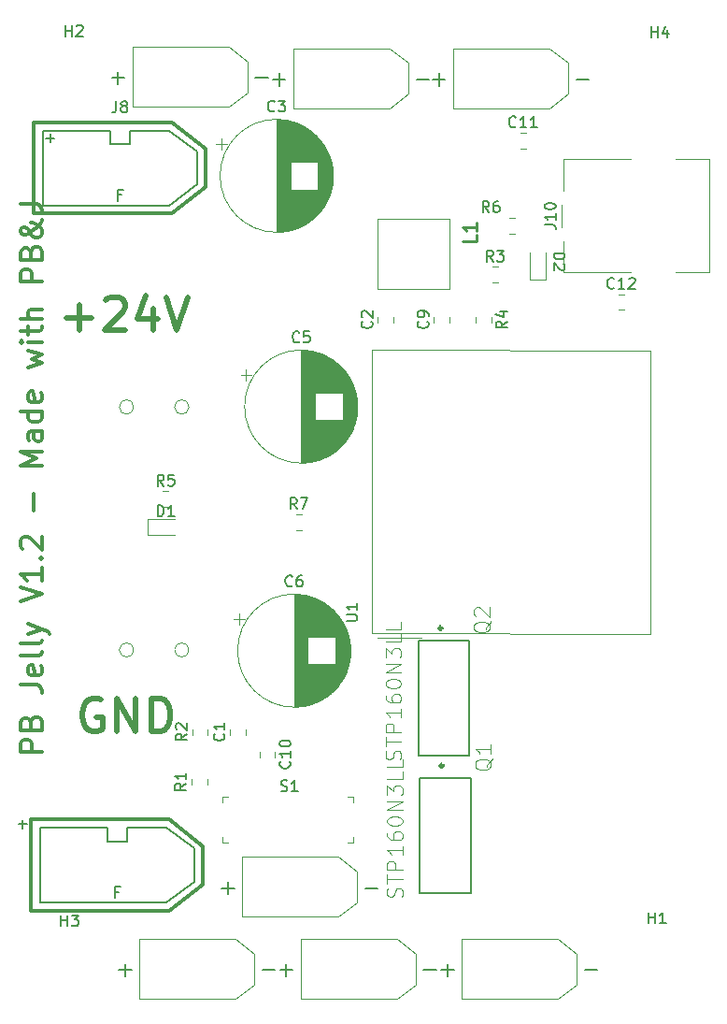
<source format=gbr>
G04 #@! TF.GenerationSoftware,KiCad,Pcbnew,(5.1.0-0)*
G04 #@! TF.CreationDate,2019-05-08T18:24:01-07:00*
G04 #@! TF.ProjectId,power board,706f7765-7220-4626-9f61-72642e6b6963,rev?*
G04 #@! TF.SameCoordinates,Original*
G04 #@! TF.FileFunction,Legend,Top*
G04 #@! TF.FilePolarity,Positive*
%FSLAX46Y46*%
G04 Gerber Fmt 4.6, Leading zero omitted, Abs format (unit mm)*
G04 Created by KiCad (PCBNEW (5.1.0-0)) date 2019-05-08 18:24:01*
%MOMM*%
%LPD*%
G04 APERTURE LIST*
%ADD10C,0.500000*%
%ADD11C,0.300000*%
%ADD12C,0.127000*%
%ADD13C,0.100000*%
%ADD14C,0.120000*%
%ADD15C,0.200000*%
%ADD16C,0.050000*%
%ADD17C,0.150000*%
%ADD18C,0.254000*%
G04 APERTURE END LIST*
D10*
X28829285Y-94385000D02*
X28543571Y-94242142D01*
X28115000Y-94242142D01*
X27686428Y-94385000D01*
X27400714Y-94670714D01*
X27257857Y-94956428D01*
X27115000Y-95527857D01*
X27115000Y-95956428D01*
X27257857Y-96527857D01*
X27400714Y-96813571D01*
X27686428Y-97099285D01*
X28115000Y-97242142D01*
X28400714Y-97242142D01*
X28829285Y-97099285D01*
X28972142Y-96956428D01*
X28972142Y-95956428D01*
X28400714Y-95956428D01*
X30257857Y-97242142D02*
X30257857Y-94242142D01*
X31972142Y-97242142D01*
X31972142Y-94242142D01*
X33400714Y-97242142D02*
X33400714Y-94242142D01*
X34115000Y-94242142D01*
X34543571Y-94385000D01*
X34829285Y-94670714D01*
X34972142Y-94956428D01*
X35115000Y-95527857D01*
X35115000Y-95956428D01*
X34972142Y-96527857D01*
X34829285Y-96813571D01*
X34543571Y-97099285D01*
X34115000Y-97242142D01*
X33400714Y-97242142D01*
X25702285Y-59777285D02*
X27988000Y-59777285D01*
X26845142Y-60920142D02*
X26845142Y-58634428D01*
X29273714Y-58205857D02*
X29416571Y-58063000D01*
X29702285Y-57920142D01*
X30416571Y-57920142D01*
X30702285Y-58063000D01*
X30845142Y-58205857D01*
X30988000Y-58491571D01*
X30988000Y-58777285D01*
X30845142Y-59205857D01*
X29130857Y-60920142D01*
X30988000Y-60920142D01*
X33559428Y-58920142D02*
X33559428Y-60920142D01*
X32845142Y-57777285D02*
X32130857Y-59920142D01*
X33988000Y-59920142D01*
X34702285Y-57920142D02*
X35702285Y-60920142D01*
X36702285Y-57920142D01*
D11*
X23510761Y-99104523D02*
X21510761Y-99104523D01*
X21510761Y-98342619D01*
X21606000Y-98152142D01*
X21701238Y-98056904D01*
X21891714Y-97961666D01*
X22177428Y-97961666D01*
X22367904Y-98056904D01*
X22463142Y-98152142D01*
X22558380Y-98342619D01*
X22558380Y-99104523D01*
X22463142Y-96437857D02*
X22558380Y-96152142D01*
X22653619Y-96056904D01*
X22844095Y-95961666D01*
X23129809Y-95961666D01*
X23320285Y-96056904D01*
X23415523Y-96152142D01*
X23510761Y-96342619D01*
X23510761Y-97104523D01*
X21510761Y-97104523D01*
X21510761Y-96437857D01*
X21606000Y-96247380D01*
X21701238Y-96152142D01*
X21891714Y-96056904D01*
X22082190Y-96056904D01*
X22272666Y-96152142D01*
X22367904Y-96247380D01*
X22463142Y-96437857D01*
X22463142Y-97104523D01*
X21510761Y-93009285D02*
X22939333Y-93009285D01*
X23225047Y-93104523D01*
X23415523Y-93295000D01*
X23510761Y-93580714D01*
X23510761Y-93771190D01*
X23415523Y-91295000D02*
X23510761Y-91485476D01*
X23510761Y-91866428D01*
X23415523Y-92056904D01*
X23225047Y-92152142D01*
X22463142Y-92152142D01*
X22272666Y-92056904D01*
X22177428Y-91866428D01*
X22177428Y-91485476D01*
X22272666Y-91295000D01*
X22463142Y-91199761D01*
X22653619Y-91199761D01*
X22844095Y-92152142D01*
X23510761Y-90056904D02*
X23415523Y-90247380D01*
X23225047Y-90342619D01*
X21510761Y-90342619D01*
X23510761Y-89009285D02*
X23415523Y-89199761D01*
X23225047Y-89295000D01*
X21510761Y-89295000D01*
X22177428Y-88437857D02*
X23510761Y-87961666D01*
X22177428Y-87485476D02*
X23510761Y-87961666D01*
X23986952Y-88152142D01*
X24082190Y-88247380D01*
X24177428Y-88437857D01*
X21510761Y-85485476D02*
X23510761Y-84818809D01*
X21510761Y-84152142D01*
X23510761Y-82437857D02*
X23510761Y-83580714D01*
X23510761Y-83009285D02*
X21510761Y-83009285D01*
X21796476Y-83199761D01*
X21986952Y-83390238D01*
X22082190Y-83580714D01*
X23320285Y-81580714D02*
X23415523Y-81485476D01*
X23510761Y-81580714D01*
X23415523Y-81675952D01*
X23320285Y-81580714D01*
X23510761Y-81580714D01*
X21701238Y-80723571D02*
X21606000Y-80628333D01*
X21510761Y-80437857D01*
X21510761Y-79961666D01*
X21606000Y-79771190D01*
X21701238Y-79675952D01*
X21891714Y-79580714D01*
X22082190Y-79580714D01*
X22367904Y-79675952D01*
X23510761Y-80818809D01*
X23510761Y-79580714D01*
X22748857Y-77199761D02*
X22748857Y-75675952D01*
X23510761Y-73199761D02*
X21510761Y-73199761D01*
X22939333Y-72533095D01*
X21510761Y-71866428D01*
X23510761Y-71866428D01*
X23510761Y-70056904D02*
X22463142Y-70056904D01*
X22272666Y-70152142D01*
X22177428Y-70342619D01*
X22177428Y-70723571D01*
X22272666Y-70914047D01*
X23415523Y-70056904D02*
X23510761Y-70247380D01*
X23510761Y-70723571D01*
X23415523Y-70914047D01*
X23225047Y-71009285D01*
X23034571Y-71009285D01*
X22844095Y-70914047D01*
X22748857Y-70723571D01*
X22748857Y-70247380D01*
X22653619Y-70056904D01*
X23510761Y-68247380D02*
X21510761Y-68247380D01*
X23415523Y-68247380D02*
X23510761Y-68437857D01*
X23510761Y-68818809D01*
X23415523Y-69009285D01*
X23320285Y-69104523D01*
X23129809Y-69199761D01*
X22558380Y-69199761D01*
X22367904Y-69104523D01*
X22272666Y-69009285D01*
X22177428Y-68818809D01*
X22177428Y-68437857D01*
X22272666Y-68247380D01*
X23415523Y-66533095D02*
X23510761Y-66723571D01*
X23510761Y-67104523D01*
X23415523Y-67295000D01*
X23225047Y-67390238D01*
X22463142Y-67390238D01*
X22272666Y-67295000D01*
X22177428Y-67104523D01*
X22177428Y-66723571D01*
X22272666Y-66533095D01*
X22463142Y-66437857D01*
X22653619Y-66437857D01*
X22844095Y-67390238D01*
X22177428Y-64247380D02*
X23510761Y-63866428D01*
X22558380Y-63485476D01*
X23510761Y-63104523D01*
X22177428Y-62723571D01*
X23510761Y-61961666D02*
X22177428Y-61961666D01*
X21510761Y-61961666D02*
X21606000Y-62056904D01*
X21701238Y-61961666D01*
X21606000Y-61866428D01*
X21510761Y-61961666D01*
X21701238Y-61961666D01*
X22177428Y-61295000D02*
X22177428Y-60533095D01*
X21510761Y-61009285D02*
X23225047Y-61009285D01*
X23415523Y-60914047D01*
X23510761Y-60723571D01*
X23510761Y-60533095D01*
X23510761Y-59866428D02*
X21510761Y-59866428D01*
X23510761Y-59009285D02*
X22463142Y-59009285D01*
X22272666Y-59104523D01*
X22177428Y-59295000D01*
X22177428Y-59580714D01*
X22272666Y-59771190D01*
X22367904Y-59866428D01*
X23510761Y-56533095D02*
X21510761Y-56533095D01*
X21510761Y-55771190D01*
X21606000Y-55580714D01*
X21701238Y-55485476D01*
X21891714Y-55390238D01*
X22177428Y-55390238D01*
X22367904Y-55485476D01*
X22463142Y-55580714D01*
X22558380Y-55771190D01*
X22558380Y-56533095D01*
X22463142Y-53866428D02*
X22558380Y-53580714D01*
X22653619Y-53485476D01*
X22844095Y-53390238D01*
X23129809Y-53390238D01*
X23320285Y-53485476D01*
X23415523Y-53580714D01*
X23510761Y-53771190D01*
X23510761Y-54533095D01*
X21510761Y-54533095D01*
X21510761Y-53866428D01*
X21606000Y-53675952D01*
X21701238Y-53580714D01*
X21891714Y-53485476D01*
X22082190Y-53485476D01*
X22272666Y-53580714D01*
X22367904Y-53675952D01*
X22463142Y-53866428D01*
X22463142Y-54533095D01*
X23510761Y-50914047D02*
X23510761Y-51009285D01*
X23415523Y-51199761D01*
X23129809Y-51485476D01*
X22558380Y-51961666D01*
X22272666Y-52152142D01*
X21986952Y-52247380D01*
X21796476Y-52247380D01*
X21606000Y-52152142D01*
X21510761Y-51961666D01*
X21510761Y-51866428D01*
X21606000Y-51675952D01*
X21796476Y-51580714D01*
X21891714Y-51580714D01*
X22082190Y-51675952D01*
X22177428Y-51771190D01*
X22558380Y-52342619D01*
X22653619Y-52437857D01*
X22844095Y-52533095D01*
X23129809Y-52533095D01*
X23320285Y-52437857D01*
X23415523Y-52342619D01*
X23510761Y-52152142D01*
X23510761Y-51866428D01*
X23415523Y-51675952D01*
X23320285Y-51580714D01*
X22939333Y-51295000D01*
X22653619Y-51199761D01*
X22463142Y-51199761D01*
X21510761Y-49485476D02*
X22939333Y-49485476D01*
X23225047Y-49580714D01*
X23415523Y-49771190D01*
X23510761Y-50056904D01*
X23510761Y-50247380D01*
D12*
X57569000Y-89034000D02*
X62169000Y-89034000D01*
X62169000Y-89034000D02*
X62169000Y-99434000D01*
X62169000Y-99434000D02*
X57569000Y-99434000D01*
X57569000Y-99434000D02*
X57569000Y-89034000D01*
D11*
X59719000Y-87884000D02*
G75*
G03X59719000Y-87884000I-150000J0D01*
G01*
D12*
X57696000Y-101480000D02*
X62296000Y-101480000D01*
X62296000Y-101480000D02*
X62296000Y-111880000D01*
X62296000Y-111880000D02*
X57696000Y-111880000D01*
X57696000Y-111880000D02*
X57696000Y-101480000D01*
D11*
X59846000Y-100330000D02*
G75*
G03X59846000Y-100330000I-150000J0D01*
G01*
D13*
X51687000Y-103119500D02*
X51187000Y-103119500D01*
X51687000Y-103119500D02*
X51687000Y-103619500D01*
X39787000Y-103119500D02*
X39787000Y-103619500D01*
X39787000Y-103119500D02*
X40287000Y-103119500D01*
X39787000Y-107319500D02*
X39787000Y-106819500D01*
X39787000Y-107319500D02*
X40287000Y-107319500D01*
X51687000Y-107319500D02*
X51687000Y-106819500D01*
X51687000Y-107319500D02*
X51187000Y-107319500D01*
D14*
X46465748Y-79005500D02*
X46988252Y-79005500D01*
X46465748Y-77585500D02*
X46988252Y-77585500D01*
X70551000Y-51546000D02*
X70551000Y-49546000D01*
X83961000Y-55656000D02*
X80901000Y-55656000D01*
X83961000Y-45436000D02*
X83961000Y-55656000D01*
X80901000Y-45436000D02*
X83961000Y-45436000D01*
X70741000Y-45436000D02*
X76801000Y-45436000D01*
X70741000Y-48246000D02*
X70741000Y-45436000D01*
X70741000Y-55656000D02*
X70741000Y-52846000D01*
X76801000Y-55656000D02*
X70741000Y-55656000D01*
X75693748Y-59066500D02*
X76216252Y-59066500D01*
X75693748Y-57646500D02*
X76216252Y-57646500D01*
X66785748Y-44461500D02*
X67308252Y-44461500D01*
X66785748Y-43041500D02*
X67308252Y-43041500D01*
X43168500Y-99043748D02*
X43168500Y-99566252D01*
X44588500Y-99043748D02*
X44588500Y-99566252D01*
X39747854Y-43551500D02*
X39747854Y-44551500D01*
X39247854Y-44051500D02*
X40247854Y-44051500D01*
X49808500Y-46327500D02*
X49808500Y-47525500D01*
X49768500Y-46064500D02*
X49768500Y-47788500D01*
X49728500Y-45864500D02*
X49728500Y-47988500D01*
X49688500Y-45696500D02*
X49688500Y-48156500D01*
X49648500Y-45548500D02*
X49648500Y-48304500D01*
X49608500Y-45416500D02*
X49608500Y-48436500D01*
X49568500Y-45296500D02*
X49568500Y-48556500D01*
X49528500Y-45184500D02*
X49528500Y-48668500D01*
X49488500Y-45080500D02*
X49488500Y-48772500D01*
X49448500Y-44982500D02*
X49448500Y-48870500D01*
X49408500Y-44889500D02*
X49408500Y-48963500D01*
X49368500Y-44801500D02*
X49368500Y-49051500D01*
X49328500Y-44717500D02*
X49328500Y-49135500D01*
X49288500Y-44637500D02*
X49288500Y-49215500D01*
X49248500Y-44561500D02*
X49248500Y-49291500D01*
X49208500Y-44487500D02*
X49208500Y-49365500D01*
X49168500Y-44416500D02*
X49168500Y-49436500D01*
X49128500Y-44347500D02*
X49128500Y-49505500D01*
X49088500Y-44281500D02*
X49088500Y-49571500D01*
X49048500Y-44217500D02*
X49048500Y-49635500D01*
X49008500Y-44156500D02*
X49008500Y-49696500D01*
X48968500Y-44096500D02*
X48968500Y-49756500D01*
X48928500Y-44037500D02*
X48928500Y-49815500D01*
X48888500Y-43981500D02*
X48888500Y-49871500D01*
X48848500Y-43926500D02*
X48848500Y-49926500D01*
X48808500Y-43872500D02*
X48808500Y-49980500D01*
X48768500Y-43820500D02*
X48768500Y-50032500D01*
X48728500Y-43770500D02*
X48728500Y-50082500D01*
X48688500Y-43720500D02*
X48688500Y-50132500D01*
X48648500Y-43672500D02*
X48648500Y-50180500D01*
X48608500Y-43625500D02*
X48608500Y-50227500D01*
X48568500Y-43579500D02*
X48568500Y-50273500D01*
X48528500Y-43534500D02*
X48528500Y-50318500D01*
X48488500Y-43490500D02*
X48488500Y-50362500D01*
X48448500Y-48167500D02*
X48448500Y-50404500D01*
X48448500Y-43448500D02*
X48448500Y-45685500D01*
X48408500Y-48167500D02*
X48408500Y-50446500D01*
X48408500Y-43406500D02*
X48408500Y-45685500D01*
X48368500Y-48167500D02*
X48368500Y-50487500D01*
X48368500Y-43365500D02*
X48368500Y-45685500D01*
X48328500Y-48167500D02*
X48328500Y-50527500D01*
X48328500Y-43325500D02*
X48328500Y-45685500D01*
X48288500Y-48167500D02*
X48288500Y-50566500D01*
X48288500Y-43286500D02*
X48288500Y-45685500D01*
X48248500Y-48167500D02*
X48248500Y-50605500D01*
X48248500Y-43247500D02*
X48248500Y-45685500D01*
X48208500Y-48167500D02*
X48208500Y-50642500D01*
X48208500Y-43210500D02*
X48208500Y-45685500D01*
X48168500Y-48167500D02*
X48168500Y-50679500D01*
X48168500Y-43173500D02*
X48168500Y-45685500D01*
X48128500Y-48167500D02*
X48128500Y-50715500D01*
X48128500Y-43137500D02*
X48128500Y-45685500D01*
X48088500Y-48167500D02*
X48088500Y-50750500D01*
X48088500Y-43102500D02*
X48088500Y-45685500D01*
X48048500Y-48167500D02*
X48048500Y-50784500D01*
X48048500Y-43068500D02*
X48048500Y-45685500D01*
X48008500Y-48167500D02*
X48008500Y-50818500D01*
X48008500Y-43034500D02*
X48008500Y-45685500D01*
X47968500Y-48167500D02*
X47968500Y-50851500D01*
X47968500Y-43001500D02*
X47968500Y-45685500D01*
X47928500Y-48167500D02*
X47928500Y-50883500D01*
X47928500Y-42969500D02*
X47928500Y-45685500D01*
X47888500Y-48167500D02*
X47888500Y-50915500D01*
X47888500Y-42937500D02*
X47888500Y-45685500D01*
X47848500Y-48167500D02*
X47848500Y-50946500D01*
X47848500Y-42906500D02*
X47848500Y-45685500D01*
X47808500Y-48167500D02*
X47808500Y-50976500D01*
X47808500Y-42876500D02*
X47808500Y-45685500D01*
X47768500Y-48167500D02*
X47768500Y-51006500D01*
X47768500Y-42846500D02*
X47768500Y-45685500D01*
X47728500Y-48167500D02*
X47728500Y-51036500D01*
X47728500Y-42816500D02*
X47728500Y-45685500D01*
X47688500Y-48167500D02*
X47688500Y-51064500D01*
X47688500Y-42788500D02*
X47688500Y-45685500D01*
X47648500Y-48167500D02*
X47648500Y-51092500D01*
X47648500Y-42760500D02*
X47648500Y-45685500D01*
X47608500Y-48167500D02*
X47608500Y-51120500D01*
X47608500Y-42732500D02*
X47608500Y-45685500D01*
X47568500Y-48167500D02*
X47568500Y-51147500D01*
X47568500Y-42705500D02*
X47568500Y-45685500D01*
X47528500Y-48167500D02*
X47528500Y-51173500D01*
X47528500Y-42679500D02*
X47528500Y-45685500D01*
X47488500Y-48167500D02*
X47488500Y-51199500D01*
X47488500Y-42653500D02*
X47488500Y-45685500D01*
X47448500Y-48167500D02*
X47448500Y-51224500D01*
X47448500Y-42628500D02*
X47448500Y-45685500D01*
X47408500Y-48167500D02*
X47408500Y-51249500D01*
X47408500Y-42603500D02*
X47408500Y-45685500D01*
X47368500Y-48167500D02*
X47368500Y-51273500D01*
X47368500Y-42579500D02*
X47368500Y-45685500D01*
X47328500Y-48167500D02*
X47328500Y-51297500D01*
X47328500Y-42555500D02*
X47328500Y-45685500D01*
X47288500Y-48167500D02*
X47288500Y-51321500D01*
X47288500Y-42531500D02*
X47288500Y-45685500D01*
X47248500Y-48167500D02*
X47248500Y-51343500D01*
X47248500Y-42509500D02*
X47248500Y-45685500D01*
X47208500Y-48167500D02*
X47208500Y-51366500D01*
X47208500Y-42486500D02*
X47208500Y-45685500D01*
X47168500Y-48167500D02*
X47168500Y-51388500D01*
X47168500Y-42464500D02*
X47168500Y-45685500D01*
X47128500Y-48167500D02*
X47128500Y-51409500D01*
X47128500Y-42443500D02*
X47128500Y-45685500D01*
X47088500Y-48167500D02*
X47088500Y-51430500D01*
X47088500Y-42422500D02*
X47088500Y-45685500D01*
X47048500Y-48167500D02*
X47048500Y-51451500D01*
X47048500Y-42401500D02*
X47048500Y-45685500D01*
X47008500Y-48167500D02*
X47008500Y-51471500D01*
X47008500Y-42381500D02*
X47008500Y-45685500D01*
X46968500Y-48167500D02*
X46968500Y-51490500D01*
X46968500Y-42362500D02*
X46968500Y-45685500D01*
X46928500Y-48167500D02*
X46928500Y-51510500D01*
X46928500Y-42342500D02*
X46928500Y-45685500D01*
X46888500Y-48167500D02*
X46888500Y-51529500D01*
X46888500Y-42323500D02*
X46888500Y-45685500D01*
X46848500Y-48167500D02*
X46848500Y-51547500D01*
X46848500Y-42305500D02*
X46848500Y-45685500D01*
X46808500Y-48167500D02*
X46808500Y-51565500D01*
X46808500Y-42287500D02*
X46808500Y-45685500D01*
X46768500Y-48167500D02*
X46768500Y-51583500D01*
X46768500Y-42269500D02*
X46768500Y-45685500D01*
X46728500Y-48167500D02*
X46728500Y-51600500D01*
X46728500Y-42252500D02*
X46728500Y-45685500D01*
X46688500Y-48167500D02*
X46688500Y-51616500D01*
X46688500Y-42236500D02*
X46688500Y-45685500D01*
X46648500Y-48167500D02*
X46648500Y-51633500D01*
X46648500Y-42219500D02*
X46648500Y-45685500D01*
X46608500Y-48167500D02*
X46608500Y-51649500D01*
X46608500Y-42203500D02*
X46608500Y-45685500D01*
X46568500Y-48167500D02*
X46568500Y-51664500D01*
X46568500Y-42188500D02*
X46568500Y-45685500D01*
X46528500Y-48167500D02*
X46528500Y-51680500D01*
X46528500Y-42172500D02*
X46528500Y-45685500D01*
X46488500Y-48167500D02*
X46488500Y-51694500D01*
X46488500Y-42158500D02*
X46488500Y-45685500D01*
X46448500Y-48167500D02*
X46448500Y-51709500D01*
X46448500Y-42143500D02*
X46448500Y-45685500D01*
X46408500Y-48167500D02*
X46408500Y-51723500D01*
X46408500Y-42129500D02*
X46408500Y-45685500D01*
X46368500Y-48167500D02*
X46368500Y-51737500D01*
X46368500Y-42115500D02*
X46368500Y-45685500D01*
X46328500Y-48167500D02*
X46328500Y-51750500D01*
X46328500Y-42102500D02*
X46328500Y-45685500D01*
X46288500Y-48167500D02*
X46288500Y-51763500D01*
X46288500Y-42089500D02*
X46288500Y-45685500D01*
X46248500Y-48167500D02*
X46248500Y-51776500D01*
X46248500Y-42076500D02*
X46248500Y-45685500D01*
X46208500Y-48167500D02*
X46208500Y-51788500D01*
X46208500Y-42064500D02*
X46208500Y-45685500D01*
X46168500Y-48167500D02*
X46168500Y-51800500D01*
X46168500Y-42052500D02*
X46168500Y-45685500D01*
X46128500Y-48167500D02*
X46128500Y-51811500D01*
X46128500Y-42041500D02*
X46128500Y-45685500D01*
X46088500Y-48167500D02*
X46088500Y-51823500D01*
X46088500Y-42029500D02*
X46088500Y-45685500D01*
X46048500Y-48167500D02*
X46048500Y-51833500D01*
X46048500Y-42019500D02*
X46048500Y-45685500D01*
X46008500Y-48167500D02*
X46008500Y-51844500D01*
X46008500Y-42008500D02*
X46008500Y-45685500D01*
X45968500Y-41998500D02*
X45968500Y-51854500D01*
X45928500Y-41988500D02*
X45928500Y-51864500D01*
X45888500Y-41979500D02*
X45888500Y-51873500D01*
X45848500Y-41970500D02*
X45848500Y-51882500D01*
X45808500Y-41961500D02*
X45808500Y-51891500D01*
X45768500Y-41952500D02*
X45768500Y-51900500D01*
X45728500Y-41944500D02*
X45728500Y-51908500D01*
X45688500Y-41936500D02*
X45688500Y-51916500D01*
X45648500Y-41929500D02*
X45648500Y-51923500D01*
X45608500Y-41922500D02*
X45608500Y-51930500D01*
X45568500Y-41915500D02*
X45568500Y-51937500D01*
X45528500Y-41908500D02*
X45528500Y-51944500D01*
X45488500Y-41902500D02*
X45488500Y-51950500D01*
X45448500Y-41896500D02*
X45448500Y-51956500D01*
X45407500Y-41891500D02*
X45407500Y-51961500D01*
X45367500Y-41886500D02*
X45367500Y-51966500D01*
X45327500Y-41881500D02*
X45327500Y-51971500D01*
X45287500Y-41876500D02*
X45287500Y-51976500D01*
X45247500Y-41872500D02*
X45247500Y-51980500D01*
X45207500Y-41868500D02*
X45207500Y-51984500D01*
X45167500Y-41864500D02*
X45167500Y-51988500D01*
X45127500Y-41861500D02*
X45127500Y-51991500D01*
X45087500Y-41858500D02*
X45087500Y-51994500D01*
X45047500Y-41856500D02*
X45047500Y-51996500D01*
X45007500Y-41853500D02*
X45007500Y-51999500D01*
X44967500Y-41851500D02*
X44967500Y-52001500D01*
X44927500Y-41849500D02*
X44927500Y-52003500D01*
X44887500Y-41848500D02*
X44887500Y-52004500D01*
X44847500Y-41847500D02*
X44847500Y-52005500D01*
X44807500Y-41846500D02*
X44807500Y-52006500D01*
X44767500Y-41846500D02*
X44767500Y-52006500D01*
X44727500Y-41846500D02*
X44727500Y-52006500D01*
X49847500Y-46926500D02*
G75*
G03X49847500Y-46926500I-5120000J0D01*
G01*
X36781500Y-89857000D02*
G75*
G03X36781500Y-89857000I-650000J0D01*
G01*
X31781500Y-89857000D02*
G75*
G03X31781500Y-89857000I-650000J0D01*
G01*
X31781500Y-67857000D02*
G75*
G03X31781500Y-67857000I-650000J0D01*
G01*
X36781500Y-67857000D02*
G75*
G03X36781500Y-67857000I-650000J0D01*
G01*
D13*
X60430000Y-57155000D02*
X53870000Y-57155000D01*
X60430000Y-50795000D02*
X60430000Y-57155000D01*
X53870000Y-50795000D02*
X60430000Y-50795000D01*
X53870000Y-57155000D02*
X53870000Y-50795000D01*
D14*
X65778748Y-52145000D02*
X66301252Y-52145000D01*
X65778748Y-50725000D02*
X66301252Y-50725000D01*
D11*
X22726000Y-42103000D02*
X35226000Y-42103000D01*
X22726000Y-50353000D02*
X35226000Y-50353000D01*
X22726000Y-42103000D02*
X22726000Y-50353000D01*
X35226000Y-42103000D02*
X38326000Y-44478000D01*
X38326000Y-44478000D02*
X38326000Y-47978000D01*
X35226000Y-50353000D02*
X38326000Y-47978000D01*
D15*
X23526000Y-42828000D02*
X23526000Y-49628000D01*
X23526000Y-49628000D02*
X35026000Y-49628000D01*
X35026000Y-49628000D02*
X37526000Y-47728000D01*
X35026000Y-42828000D02*
X37526000Y-44728000D01*
X37526000Y-44728000D02*
X37526000Y-47728000D01*
X29626000Y-42828000D02*
X29626000Y-44078000D01*
X29626000Y-44078000D02*
X31426000Y-44078000D01*
X31426000Y-44078000D02*
X31426000Y-42828000D01*
X31426000Y-42828000D02*
X35026000Y-42828000D01*
X23526000Y-42828000D02*
X29626000Y-42828000D01*
D14*
X69124500Y-56333500D02*
X69124500Y-53873500D01*
X67654500Y-56333500D02*
X69124500Y-56333500D01*
X67654500Y-53873500D02*
X67654500Y-56333500D01*
X53880000Y-88725000D02*
X57880000Y-88725000D01*
X53387000Y-88319600D02*
X53387000Y-62719600D01*
X53387000Y-62719600D02*
X78595200Y-62795800D01*
X78595200Y-62795800D02*
X78595200Y-88395800D01*
X78595200Y-88395800D02*
X53387000Y-88319600D01*
X62790000Y-59673748D02*
X62790000Y-60196252D01*
X64210000Y-59673748D02*
X64210000Y-60196252D01*
X64263748Y-56590000D02*
X64786252Y-56590000D01*
X64263748Y-55170000D02*
X64786252Y-55170000D01*
X33025000Y-79475000D02*
X35485000Y-79475000D01*
X33025000Y-78005000D02*
X33025000Y-79475000D01*
X35485000Y-78005000D02*
X33025000Y-78005000D01*
X34418748Y-76910000D02*
X34941252Y-76910000D01*
X34418748Y-75490000D02*
X34941252Y-75490000D01*
X60400000Y-60196252D02*
X60400000Y-59673748D01*
X58980000Y-60196252D02*
X58980000Y-59673748D01*
X38492500Y-97534252D02*
X38492500Y-97011748D01*
X37072500Y-97534252D02*
X37072500Y-97011748D01*
X38429000Y-102042752D02*
X38429000Y-101520248D01*
X37009000Y-102042752D02*
X37009000Y-101520248D01*
D11*
X22472000Y-105222000D02*
X34972000Y-105222000D01*
X22472000Y-113472000D02*
X34972000Y-113472000D01*
X22472000Y-105222000D02*
X22472000Y-113472000D01*
X34972000Y-105222000D02*
X38072000Y-107597000D01*
X38072000Y-107597000D02*
X38072000Y-111097000D01*
X34972000Y-113472000D02*
X38072000Y-111097000D01*
D15*
X23272000Y-105947000D02*
X23272000Y-112747000D01*
X23272000Y-112747000D02*
X34772000Y-112747000D01*
X34772000Y-112747000D02*
X37272000Y-110847000D01*
X34772000Y-105947000D02*
X37272000Y-107847000D01*
X37272000Y-107847000D02*
X37272000Y-110847000D01*
X29372000Y-105947000D02*
X29372000Y-107197000D01*
X29372000Y-107197000D02*
X31172000Y-107197000D01*
X31172000Y-107197000D02*
X31172000Y-105947000D01*
X31172000Y-105947000D02*
X34772000Y-105947000D01*
X23272000Y-105947000D02*
X29372000Y-105947000D01*
D14*
X71146500Y-39510000D02*
X71146500Y-36690000D01*
X71146500Y-36690000D02*
X69446500Y-35390000D01*
X71146500Y-39510000D02*
X69446500Y-40810000D01*
X69446500Y-35390000D02*
X60726500Y-35390000D01*
X60726500Y-40810000D02*
X60726500Y-35390000D01*
X69446500Y-40810000D02*
X60726500Y-40810000D01*
X52049500Y-112725500D02*
X52049500Y-109905500D01*
X52049500Y-109905500D02*
X50349500Y-108605500D01*
X52049500Y-112725500D02*
X50349500Y-114025500D01*
X50349500Y-108605500D02*
X41629500Y-108605500D01*
X41629500Y-114025500D02*
X41629500Y-108605500D01*
X50349500Y-114025500D02*
X41629500Y-114025500D01*
X57320000Y-120155000D02*
X57320000Y-117335000D01*
X57320000Y-117335000D02*
X55620000Y-116035000D01*
X57320000Y-120155000D02*
X55620000Y-121455000D01*
X55620000Y-116035000D02*
X46900000Y-116035000D01*
X46900000Y-121455000D02*
X46900000Y-116035000D01*
X55620000Y-121455000D02*
X46900000Y-121455000D01*
X42080000Y-39383000D02*
X42080000Y-36563000D01*
X42080000Y-36563000D02*
X40380000Y-35263000D01*
X42080000Y-39383000D02*
X40380000Y-40683000D01*
X40380000Y-35263000D02*
X31660000Y-35263000D01*
X31660000Y-40683000D02*
X31660000Y-35263000D01*
X40380000Y-40683000D02*
X31660000Y-40683000D01*
X71925000Y-120155000D02*
X71925000Y-117335000D01*
X71925000Y-117335000D02*
X70225000Y-116035000D01*
X71925000Y-120155000D02*
X70225000Y-121455000D01*
X70225000Y-116035000D02*
X61505000Y-116035000D01*
X61505000Y-121455000D02*
X61505000Y-116035000D01*
X70225000Y-121455000D02*
X61505000Y-121455000D01*
X42715000Y-120155000D02*
X42715000Y-117335000D01*
X42715000Y-117335000D02*
X41015000Y-116035000D01*
X42715000Y-120155000D02*
X41015000Y-121455000D01*
X41015000Y-116035000D02*
X32295000Y-116035000D01*
X32295000Y-121455000D02*
X32295000Y-116035000D01*
X41015000Y-121455000D02*
X32295000Y-121455000D01*
X56668500Y-39510000D02*
X56668500Y-36690000D01*
X56668500Y-36690000D02*
X54968500Y-35390000D01*
X56668500Y-39510000D02*
X54968500Y-40810000D01*
X54968500Y-35390000D02*
X46248500Y-35390000D01*
X46248500Y-40810000D02*
X46248500Y-35390000D01*
X54968500Y-40810000D02*
X46248500Y-40810000D01*
X41335354Y-86541000D02*
X41335354Y-87541000D01*
X40835354Y-87041000D02*
X41835354Y-87041000D01*
X51396000Y-89317000D02*
X51396000Y-90515000D01*
X51356000Y-89054000D02*
X51356000Y-90778000D01*
X51316000Y-88854000D02*
X51316000Y-90978000D01*
X51276000Y-88686000D02*
X51276000Y-91146000D01*
X51236000Y-88538000D02*
X51236000Y-91294000D01*
X51196000Y-88406000D02*
X51196000Y-91426000D01*
X51156000Y-88286000D02*
X51156000Y-91546000D01*
X51116000Y-88174000D02*
X51116000Y-91658000D01*
X51076000Y-88070000D02*
X51076000Y-91762000D01*
X51036000Y-87972000D02*
X51036000Y-91860000D01*
X50996000Y-87879000D02*
X50996000Y-91953000D01*
X50956000Y-87791000D02*
X50956000Y-92041000D01*
X50916000Y-87707000D02*
X50916000Y-92125000D01*
X50876000Y-87627000D02*
X50876000Y-92205000D01*
X50836000Y-87551000D02*
X50836000Y-92281000D01*
X50796000Y-87477000D02*
X50796000Y-92355000D01*
X50756000Y-87406000D02*
X50756000Y-92426000D01*
X50716000Y-87337000D02*
X50716000Y-92495000D01*
X50676000Y-87271000D02*
X50676000Y-92561000D01*
X50636000Y-87207000D02*
X50636000Y-92625000D01*
X50596000Y-87146000D02*
X50596000Y-92686000D01*
X50556000Y-87086000D02*
X50556000Y-92746000D01*
X50516000Y-87027000D02*
X50516000Y-92805000D01*
X50476000Y-86971000D02*
X50476000Y-92861000D01*
X50436000Y-86916000D02*
X50436000Y-92916000D01*
X50396000Y-86862000D02*
X50396000Y-92970000D01*
X50356000Y-86810000D02*
X50356000Y-93022000D01*
X50316000Y-86760000D02*
X50316000Y-93072000D01*
X50276000Y-86710000D02*
X50276000Y-93122000D01*
X50236000Y-86662000D02*
X50236000Y-93170000D01*
X50196000Y-86615000D02*
X50196000Y-93217000D01*
X50156000Y-86569000D02*
X50156000Y-93263000D01*
X50116000Y-86524000D02*
X50116000Y-93308000D01*
X50076000Y-86480000D02*
X50076000Y-93352000D01*
X50036000Y-91157000D02*
X50036000Y-93394000D01*
X50036000Y-86438000D02*
X50036000Y-88675000D01*
X49996000Y-91157000D02*
X49996000Y-93436000D01*
X49996000Y-86396000D02*
X49996000Y-88675000D01*
X49956000Y-91157000D02*
X49956000Y-93477000D01*
X49956000Y-86355000D02*
X49956000Y-88675000D01*
X49916000Y-91157000D02*
X49916000Y-93517000D01*
X49916000Y-86315000D02*
X49916000Y-88675000D01*
X49876000Y-91157000D02*
X49876000Y-93556000D01*
X49876000Y-86276000D02*
X49876000Y-88675000D01*
X49836000Y-91157000D02*
X49836000Y-93595000D01*
X49836000Y-86237000D02*
X49836000Y-88675000D01*
X49796000Y-91157000D02*
X49796000Y-93632000D01*
X49796000Y-86200000D02*
X49796000Y-88675000D01*
X49756000Y-91157000D02*
X49756000Y-93669000D01*
X49756000Y-86163000D02*
X49756000Y-88675000D01*
X49716000Y-91157000D02*
X49716000Y-93705000D01*
X49716000Y-86127000D02*
X49716000Y-88675000D01*
X49676000Y-91157000D02*
X49676000Y-93740000D01*
X49676000Y-86092000D02*
X49676000Y-88675000D01*
X49636000Y-91157000D02*
X49636000Y-93774000D01*
X49636000Y-86058000D02*
X49636000Y-88675000D01*
X49596000Y-91157000D02*
X49596000Y-93808000D01*
X49596000Y-86024000D02*
X49596000Y-88675000D01*
X49556000Y-91157000D02*
X49556000Y-93841000D01*
X49556000Y-85991000D02*
X49556000Y-88675000D01*
X49516000Y-91157000D02*
X49516000Y-93873000D01*
X49516000Y-85959000D02*
X49516000Y-88675000D01*
X49476000Y-91157000D02*
X49476000Y-93905000D01*
X49476000Y-85927000D02*
X49476000Y-88675000D01*
X49436000Y-91157000D02*
X49436000Y-93936000D01*
X49436000Y-85896000D02*
X49436000Y-88675000D01*
X49396000Y-91157000D02*
X49396000Y-93966000D01*
X49396000Y-85866000D02*
X49396000Y-88675000D01*
X49356000Y-91157000D02*
X49356000Y-93996000D01*
X49356000Y-85836000D02*
X49356000Y-88675000D01*
X49316000Y-91157000D02*
X49316000Y-94026000D01*
X49316000Y-85806000D02*
X49316000Y-88675000D01*
X49276000Y-91157000D02*
X49276000Y-94054000D01*
X49276000Y-85778000D02*
X49276000Y-88675000D01*
X49236000Y-91157000D02*
X49236000Y-94082000D01*
X49236000Y-85750000D02*
X49236000Y-88675000D01*
X49196000Y-91157000D02*
X49196000Y-94110000D01*
X49196000Y-85722000D02*
X49196000Y-88675000D01*
X49156000Y-91157000D02*
X49156000Y-94137000D01*
X49156000Y-85695000D02*
X49156000Y-88675000D01*
X49116000Y-91157000D02*
X49116000Y-94163000D01*
X49116000Y-85669000D02*
X49116000Y-88675000D01*
X49076000Y-91157000D02*
X49076000Y-94189000D01*
X49076000Y-85643000D02*
X49076000Y-88675000D01*
X49036000Y-91157000D02*
X49036000Y-94214000D01*
X49036000Y-85618000D02*
X49036000Y-88675000D01*
X48996000Y-91157000D02*
X48996000Y-94239000D01*
X48996000Y-85593000D02*
X48996000Y-88675000D01*
X48956000Y-91157000D02*
X48956000Y-94263000D01*
X48956000Y-85569000D02*
X48956000Y-88675000D01*
X48916000Y-91157000D02*
X48916000Y-94287000D01*
X48916000Y-85545000D02*
X48916000Y-88675000D01*
X48876000Y-91157000D02*
X48876000Y-94311000D01*
X48876000Y-85521000D02*
X48876000Y-88675000D01*
X48836000Y-91157000D02*
X48836000Y-94333000D01*
X48836000Y-85499000D02*
X48836000Y-88675000D01*
X48796000Y-91157000D02*
X48796000Y-94356000D01*
X48796000Y-85476000D02*
X48796000Y-88675000D01*
X48756000Y-91157000D02*
X48756000Y-94378000D01*
X48756000Y-85454000D02*
X48756000Y-88675000D01*
X48716000Y-91157000D02*
X48716000Y-94399000D01*
X48716000Y-85433000D02*
X48716000Y-88675000D01*
X48676000Y-91157000D02*
X48676000Y-94420000D01*
X48676000Y-85412000D02*
X48676000Y-88675000D01*
X48636000Y-91157000D02*
X48636000Y-94441000D01*
X48636000Y-85391000D02*
X48636000Y-88675000D01*
X48596000Y-91157000D02*
X48596000Y-94461000D01*
X48596000Y-85371000D02*
X48596000Y-88675000D01*
X48556000Y-91157000D02*
X48556000Y-94480000D01*
X48556000Y-85352000D02*
X48556000Y-88675000D01*
X48516000Y-91157000D02*
X48516000Y-94500000D01*
X48516000Y-85332000D02*
X48516000Y-88675000D01*
X48476000Y-91157000D02*
X48476000Y-94519000D01*
X48476000Y-85313000D02*
X48476000Y-88675000D01*
X48436000Y-91157000D02*
X48436000Y-94537000D01*
X48436000Y-85295000D02*
X48436000Y-88675000D01*
X48396000Y-91157000D02*
X48396000Y-94555000D01*
X48396000Y-85277000D02*
X48396000Y-88675000D01*
X48356000Y-91157000D02*
X48356000Y-94573000D01*
X48356000Y-85259000D02*
X48356000Y-88675000D01*
X48316000Y-91157000D02*
X48316000Y-94590000D01*
X48316000Y-85242000D02*
X48316000Y-88675000D01*
X48276000Y-91157000D02*
X48276000Y-94606000D01*
X48276000Y-85226000D02*
X48276000Y-88675000D01*
X48236000Y-91157000D02*
X48236000Y-94623000D01*
X48236000Y-85209000D02*
X48236000Y-88675000D01*
X48196000Y-91157000D02*
X48196000Y-94639000D01*
X48196000Y-85193000D02*
X48196000Y-88675000D01*
X48156000Y-91157000D02*
X48156000Y-94654000D01*
X48156000Y-85178000D02*
X48156000Y-88675000D01*
X48116000Y-91157000D02*
X48116000Y-94670000D01*
X48116000Y-85162000D02*
X48116000Y-88675000D01*
X48076000Y-91157000D02*
X48076000Y-94684000D01*
X48076000Y-85148000D02*
X48076000Y-88675000D01*
X48036000Y-91157000D02*
X48036000Y-94699000D01*
X48036000Y-85133000D02*
X48036000Y-88675000D01*
X47996000Y-91157000D02*
X47996000Y-94713000D01*
X47996000Y-85119000D02*
X47996000Y-88675000D01*
X47956000Y-91157000D02*
X47956000Y-94727000D01*
X47956000Y-85105000D02*
X47956000Y-88675000D01*
X47916000Y-91157000D02*
X47916000Y-94740000D01*
X47916000Y-85092000D02*
X47916000Y-88675000D01*
X47876000Y-91157000D02*
X47876000Y-94753000D01*
X47876000Y-85079000D02*
X47876000Y-88675000D01*
X47836000Y-91157000D02*
X47836000Y-94766000D01*
X47836000Y-85066000D02*
X47836000Y-88675000D01*
X47796000Y-91157000D02*
X47796000Y-94778000D01*
X47796000Y-85054000D02*
X47796000Y-88675000D01*
X47756000Y-91157000D02*
X47756000Y-94790000D01*
X47756000Y-85042000D02*
X47756000Y-88675000D01*
X47716000Y-91157000D02*
X47716000Y-94801000D01*
X47716000Y-85031000D02*
X47716000Y-88675000D01*
X47676000Y-91157000D02*
X47676000Y-94813000D01*
X47676000Y-85019000D02*
X47676000Y-88675000D01*
X47636000Y-91157000D02*
X47636000Y-94823000D01*
X47636000Y-85009000D02*
X47636000Y-88675000D01*
X47596000Y-91157000D02*
X47596000Y-94834000D01*
X47596000Y-84998000D02*
X47596000Y-88675000D01*
X47556000Y-84988000D02*
X47556000Y-94844000D01*
X47516000Y-84978000D02*
X47516000Y-94854000D01*
X47476000Y-84969000D02*
X47476000Y-94863000D01*
X47436000Y-84960000D02*
X47436000Y-94872000D01*
X47396000Y-84951000D02*
X47396000Y-94881000D01*
X47356000Y-84942000D02*
X47356000Y-94890000D01*
X47316000Y-84934000D02*
X47316000Y-94898000D01*
X47276000Y-84926000D02*
X47276000Y-94906000D01*
X47236000Y-84919000D02*
X47236000Y-94913000D01*
X47196000Y-84912000D02*
X47196000Y-94920000D01*
X47156000Y-84905000D02*
X47156000Y-94927000D01*
X47116000Y-84898000D02*
X47116000Y-94934000D01*
X47076000Y-84892000D02*
X47076000Y-94940000D01*
X47036000Y-84886000D02*
X47036000Y-94946000D01*
X46995000Y-84881000D02*
X46995000Y-94951000D01*
X46955000Y-84876000D02*
X46955000Y-94956000D01*
X46915000Y-84871000D02*
X46915000Y-94961000D01*
X46875000Y-84866000D02*
X46875000Y-94966000D01*
X46835000Y-84862000D02*
X46835000Y-94970000D01*
X46795000Y-84858000D02*
X46795000Y-94974000D01*
X46755000Y-84854000D02*
X46755000Y-94978000D01*
X46715000Y-84851000D02*
X46715000Y-94981000D01*
X46675000Y-84848000D02*
X46675000Y-94984000D01*
X46635000Y-84846000D02*
X46635000Y-94986000D01*
X46595000Y-84843000D02*
X46595000Y-94989000D01*
X46555000Y-84841000D02*
X46555000Y-94991000D01*
X46515000Y-84839000D02*
X46515000Y-94993000D01*
X46475000Y-84838000D02*
X46475000Y-94994000D01*
X46435000Y-84837000D02*
X46435000Y-94995000D01*
X46395000Y-84836000D02*
X46395000Y-94996000D01*
X46355000Y-84836000D02*
X46355000Y-94996000D01*
X46315000Y-84836000D02*
X46315000Y-94996000D01*
X51435000Y-89916000D02*
G75*
G03X51435000Y-89916000I-5120000J0D01*
G01*
X41970354Y-64443000D02*
X41970354Y-65443000D01*
X41470354Y-64943000D02*
X42470354Y-64943000D01*
X52031000Y-67219000D02*
X52031000Y-68417000D01*
X51991000Y-66956000D02*
X51991000Y-68680000D01*
X51951000Y-66756000D02*
X51951000Y-68880000D01*
X51911000Y-66588000D02*
X51911000Y-69048000D01*
X51871000Y-66440000D02*
X51871000Y-69196000D01*
X51831000Y-66308000D02*
X51831000Y-69328000D01*
X51791000Y-66188000D02*
X51791000Y-69448000D01*
X51751000Y-66076000D02*
X51751000Y-69560000D01*
X51711000Y-65972000D02*
X51711000Y-69664000D01*
X51671000Y-65874000D02*
X51671000Y-69762000D01*
X51631000Y-65781000D02*
X51631000Y-69855000D01*
X51591000Y-65693000D02*
X51591000Y-69943000D01*
X51551000Y-65609000D02*
X51551000Y-70027000D01*
X51511000Y-65529000D02*
X51511000Y-70107000D01*
X51471000Y-65453000D02*
X51471000Y-70183000D01*
X51431000Y-65379000D02*
X51431000Y-70257000D01*
X51391000Y-65308000D02*
X51391000Y-70328000D01*
X51351000Y-65239000D02*
X51351000Y-70397000D01*
X51311000Y-65173000D02*
X51311000Y-70463000D01*
X51271000Y-65109000D02*
X51271000Y-70527000D01*
X51231000Y-65048000D02*
X51231000Y-70588000D01*
X51191000Y-64988000D02*
X51191000Y-70648000D01*
X51151000Y-64929000D02*
X51151000Y-70707000D01*
X51111000Y-64873000D02*
X51111000Y-70763000D01*
X51071000Y-64818000D02*
X51071000Y-70818000D01*
X51031000Y-64764000D02*
X51031000Y-70872000D01*
X50991000Y-64712000D02*
X50991000Y-70924000D01*
X50951000Y-64662000D02*
X50951000Y-70974000D01*
X50911000Y-64612000D02*
X50911000Y-71024000D01*
X50871000Y-64564000D02*
X50871000Y-71072000D01*
X50831000Y-64517000D02*
X50831000Y-71119000D01*
X50791000Y-64471000D02*
X50791000Y-71165000D01*
X50751000Y-64426000D02*
X50751000Y-71210000D01*
X50711000Y-64382000D02*
X50711000Y-71254000D01*
X50671000Y-69059000D02*
X50671000Y-71296000D01*
X50671000Y-64340000D02*
X50671000Y-66577000D01*
X50631000Y-69059000D02*
X50631000Y-71338000D01*
X50631000Y-64298000D02*
X50631000Y-66577000D01*
X50591000Y-69059000D02*
X50591000Y-71379000D01*
X50591000Y-64257000D02*
X50591000Y-66577000D01*
X50551000Y-69059000D02*
X50551000Y-71419000D01*
X50551000Y-64217000D02*
X50551000Y-66577000D01*
X50511000Y-69059000D02*
X50511000Y-71458000D01*
X50511000Y-64178000D02*
X50511000Y-66577000D01*
X50471000Y-69059000D02*
X50471000Y-71497000D01*
X50471000Y-64139000D02*
X50471000Y-66577000D01*
X50431000Y-69059000D02*
X50431000Y-71534000D01*
X50431000Y-64102000D02*
X50431000Y-66577000D01*
X50391000Y-69059000D02*
X50391000Y-71571000D01*
X50391000Y-64065000D02*
X50391000Y-66577000D01*
X50351000Y-69059000D02*
X50351000Y-71607000D01*
X50351000Y-64029000D02*
X50351000Y-66577000D01*
X50311000Y-69059000D02*
X50311000Y-71642000D01*
X50311000Y-63994000D02*
X50311000Y-66577000D01*
X50271000Y-69059000D02*
X50271000Y-71676000D01*
X50271000Y-63960000D02*
X50271000Y-66577000D01*
X50231000Y-69059000D02*
X50231000Y-71710000D01*
X50231000Y-63926000D02*
X50231000Y-66577000D01*
X50191000Y-69059000D02*
X50191000Y-71743000D01*
X50191000Y-63893000D02*
X50191000Y-66577000D01*
X50151000Y-69059000D02*
X50151000Y-71775000D01*
X50151000Y-63861000D02*
X50151000Y-66577000D01*
X50111000Y-69059000D02*
X50111000Y-71807000D01*
X50111000Y-63829000D02*
X50111000Y-66577000D01*
X50071000Y-69059000D02*
X50071000Y-71838000D01*
X50071000Y-63798000D02*
X50071000Y-66577000D01*
X50031000Y-69059000D02*
X50031000Y-71868000D01*
X50031000Y-63768000D02*
X50031000Y-66577000D01*
X49991000Y-69059000D02*
X49991000Y-71898000D01*
X49991000Y-63738000D02*
X49991000Y-66577000D01*
X49951000Y-69059000D02*
X49951000Y-71928000D01*
X49951000Y-63708000D02*
X49951000Y-66577000D01*
X49911000Y-69059000D02*
X49911000Y-71956000D01*
X49911000Y-63680000D02*
X49911000Y-66577000D01*
X49871000Y-69059000D02*
X49871000Y-71984000D01*
X49871000Y-63652000D02*
X49871000Y-66577000D01*
X49831000Y-69059000D02*
X49831000Y-72012000D01*
X49831000Y-63624000D02*
X49831000Y-66577000D01*
X49791000Y-69059000D02*
X49791000Y-72039000D01*
X49791000Y-63597000D02*
X49791000Y-66577000D01*
X49751000Y-69059000D02*
X49751000Y-72065000D01*
X49751000Y-63571000D02*
X49751000Y-66577000D01*
X49711000Y-69059000D02*
X49711000Y-72091000D01*
X49711000Y-63545000D02*
X49711000Y-66577000D01*
X49671000Y-69059000D02*
X49671000Y-72116000D01*
X49671000Y-63520000D02*
X49671000Y-66577000D01*
X49631000Y-69059000D02*
X49631000Y-72141000D01*
X49631000Y-63495000D02*
X49631000Y-66577000D01*
X49591000Y-69059000D02*
X49591000Y-72165000D01*
X49591000Y-63471000D02*
X49591000Y-66577000D01*
X49551000Y-69059000D02*
X49551000Y-72189000D01*
X49551000Y-63447000D02*
X49551000Y-66577000D01*
X49511000Y-69059000D02*
X49511000Y-72213000D01*
X49511000Y-63423000D02*
X49511000Y-66577000D01*
X49471000Y-69059000D02*
X49471000Y-72235000D01*
X49471000Y-63401000D02*
X49471000Y-66577000D01*
X49431000Y-69059000D02*
X49431000Y-72258000D01*
X49431000Y-63378000D02*
X49431000Y-66577000D01*
X49391000Y-69059000D02*
X49391000Y-72280000D01*
X49391000Y-63356000D02*
X49391000Y-66577000D01*
X49351000Y-69059000D02*
X49351000Y-72301000D01*
X49351000Y-63335000D02*
X49351000Y-66577000D01*
X49311000Y-69059000D02*
X49311000Y-72322000D01*
X49311000Y-63314000D02*
X49311000Y-66577000D01*
X49271000Y-69059000D02*
X49271000Y-72343000D01*
X49271000Y-63293000D02*
X49271000Y-66577000D01*
X49231000Y-69059000D02*
X49231000Y-72363000D01*
X49231000Y-63273000D02*
X49231000Y-66577000D01*
X49191000Y-69059000D02*
X49191000Y-72382000D01*
X49191000Y-63254000D02*
X49191000Y-66577000D01*
X49151000Y-69059000D02*
X49151000Y-72402000D01*
X49151000Y-63234000D02*
X49151000Y-66577000D01*
X49111000Y-69059000D02*
X49111000Y-72421000D01*
X49111000Y-63215000D02*
X49111000Y-66577000D01*
X49071000Y-69059000D02*
X49071000Y-72439000D01*
X49071000Y-63197000D02*
X49071000Y-66577000D01*
X49031000Y-69059000D02*
X49031000Y-72457000D01*
X49031000Y-63179000D02*
X49031000Y-66577000D01*
X48991000Y-69059000D02*
X48991000Y-72475000D01*
X48991000Y-63161000D02*
X48991000Y-66577000D01*
X48951000Y-69059000D02*
X48951000Y-72492000D01*
X48951000Y-63144000D02*
X48951000Y-66577000D01*
X48911000Y-69059000D02*
X48911000Y-72508000D01*
X48911000Y-63128000D02*
X48911000Y-66577000D01*
X48871000Y-69059000D02*
X48871000Y-72525000D01*
X48871000Y-63111000D02*
X48871000Y-66577000D01*
X48831000Y-69059000D02*
X48831000Y-72541000D01*
X48831000Y-63095000D02*
X48831000Y-66577000D01*
X48791000Y-69059000D02*
X48791000Y-72556000D01*
X48791000Y-63080000D02*
X48791000Y-66577000D01*
X48751000Y-69059000D02*
X48751000Y-72572000D01*
X48751000Y-63064000D02*
X48751000Y-66577000D01*
X48711000Y-69059000D02*
X48711000Y-72586000D01*
X48711000Y-63050000D02*
X48711000Y-66577000D01*
X48671000Y-69059000D02*
X48671000Y-72601000D01*
X48671000Y-63035000D02*
X48671000Y-66577000D01*
X48631000Y-69059000D02*
X48631000Y-72615000D01*
X48631000Y-63021000D02*
X48631000Y-66577000D01*
X48591000Y-69059000D02*
X48591000Y-72629000D01*
X48591000Y-63007000D02*
X48591000Y-66577000D01*
X48551000Y-69059000D02*
X48551000Y-72642000D01*
X48551000Y-62994000D02*
X48551000Y-66577000D01*
X48511000Y-69059000D02*
X48511000Y-72655000D01*
X48511000Y-62981000D02*
X48511000Y-66577000D01*
X48471000Y-69059000D02*
X48471000Y-72668000D01*
X48471000Y-62968000D02*
X48471000Y-66577000D01*
X48431000Y-69059000D02*
X48431000Y-72680000D01*
X48431000Y-62956000D02*
X48431000Y-66577000D01*
X48391000Y-69059000D02*
X48391000Y-72692000D01*
X48391000Y-62944000D02*
X48391000Y-66577000D01*
X48351000Y-69059000D02*
X48351000Y-72703000D01*
X48351000Y-62933000D02*
X48351000Y-66577000D01*
X48311000Y-69059000D02*
X48311000Y-72715000D01*
X48311000Y-62921000D02*
X48311000Y-66577000D01*
X48271000Y-69059000D02*
X48271000Y-72725000D01*
X48271000Y-62911000D02*
X48271000Y-66577000D01*
X48231000Y-69059000D02*
X48231000Y-72736000D01*
X48231000Y-62900000D02*
X48231000Y-66577000D01*
X48191000Y-62890000D02*
X48191000Y-72746000D01*
X48151000Y-62880000D02*
X48151000Y-72756000D01*
X48111000Y-62871000D02*
X48111000Y-72765000D01*
X48071000Y-62862000D02*
X48071000Y-72774000D01*
X48031000Y-62853000D02*
X48031000Y-72783000D01*
X47991000Y-62844000D02*
X47991000Y-72792000D01*
X47951000Y-62836000D02*
X47951000Y-72800000D01*
X47911000Y-62828000D02*
X47911000Y-72808000D01*
X47871000Y-62821000D02*
X47871000Y-72815000D01*
X47831000Y-62814000D02*
X47831000Y-72822000D01*
X47791000Y-62807000D02*
X47791000Y-72829000D01*
X47751000Y-62800000D02*
X47751000Y-72836000D01*
X47711000Y-62794000D02*
X47711000Y-72842000D01*
X47671000Y-62788000D02*
X47671000Y-72848000D01*
X47630000Y-62783000D02*
X47630000Y-72853000D01*
X47590000Y-62778000D02*
X47590000Y-72858000D01*
X47550000Y-62773000D02*
X47550000Y-72863000D01*
X47510000Y-62768000D02*
X47510000Y-72868000D01*
X47470000Y-62764000D02*
X47470000Y-72872000D01*
X47430000Y-62760000D02*
X47430000Y-72876000D01*
X47390000Y-62756000D02*
X47390000Y-72880000D01*
X47350000Y-62753000D02*
X47350000Y-72883000D01*
X47310000Y-62750000D02*
X47310000Y-72886000D01*
X47270000Y-62748000D02*
X47270000Y-72888000D01*
X47230000Y-62745000D02*
X47230000Y-72891000D01*
X47190000Y-62743000D02*
X47190000Y-72893000D01*
X47150000Y-62741000D02*
X47150000Y-72895000D01*
X47110000Y-62740000D02*
X47110000Y-72896000D01*
X47070000Y-62739000D02*
X47070000Y-72897000D01*
X47030000Y-62738000D02*
X47030000Y-72898000D01*
X46990000Y-62738000D02*
X46990000Y-72898000D01*
X46950000Y-62738000D02*
X46950000Y-72898000D01*
X52070000Y-67818000D02*
G75*
G03X52070000Y-67818000I-5120000J0D01*
G01*
X55320000Y-60196252D02*
X55320000Y-59673748D01*
X53900000Y-60196252D02*
X53900000Y-59673748D01*
X41921500Y-97534252D02*
X41921500Y-97011748D01*
X40501500Y-97534252D02*
X40501500Y-97011748D01*
D16*
X64140745Y-87255520D02*
X64073985Y-87389041D01*
X63940464Y-87522562D01*
X63740182Y-87722844D01*
X63673422Y-87856365D01*
X63673422Y-87989886D01*
X64007224Y-87923125D02*
X63940464Y-88056646D01*
X63806943Y-88190167D01*
X63539901Y-88256928D01*
X63072577Y-88256928D01*
X62805535Y-88190167D01*
X62672015Y-88056646D01*
X62605254Y-87923125D01*
X62605254Y-87656083D01*
X62672015Y-87522562D01*
X62805535Y-87389041D01*
X63072577Y-87322281D01*
X63539901Y-87322281D01*
X63806943Y-87389041D01*
X63940464Y-87522562D01*
X64007224Y-87656083D01*
X64007224Y-87923125D01*
X62738775Y-86788197D02*
X62672015Y-86721437D01*
X62605254Y-86587916D01*
X62605254Y-86254113D01*
X62672015Y-86120592D01*
X62738775Y-86053832D01*
X62872296Y-85987071D01*
X63005817Y-85987071D01*
X63206098Y-86053832D01*
X64007224Y-86854958D01*
X64007224Y-85987071D01*
X55941818Y-99772518D02*
X56008541Y-99572348D01*
X56008541Y-99238731D01*
X55941818Y-99105285D01*
X55875095Y-99038561D01*
X55741648Y-98971838D01*
X55608201Y-98971838D01*
X55474755Y-99038561D01*
X55408031Y-99105285D01*
X55341308Y-99238731D01*
X55274585Y-99505625D01*
X55207861Y-99639071D01*
X55141138Y-99705795D01*
X55007691Y-99772518D01*
X54874245Y-99772518D01*
X54740798Y-99705795D01*
X54674075Y-99639071D01*
X54607351Y-99505625D01*
X54607351Y-99172008D01*
X54674075Y-98971838D01*
X54607351Y-98571498D02*
X54607351Y-97770818D01*
X56008541Y-98171158D02*
X54607351Y-98171158D01*
X56008541Y-97303755D02*
X54607351Y-97303755D01*
X54607351Y-96769968D01*
X54674075Y-96636521D01*
X54740798Y-96569798D01*
X54874245Y-96503075D01*
X55074415Y-96503075D01*
X55207861Y-96569798D01*
X55274585Y-96636521D01*
X55341308Y-96769968D01*
X55341308Y-97303755D01*
X56008541Y-95168608D02*
X56008541Y-95969288D01*
X56008541Y-95568948D02*
X54607351Y-95568948D01*
X54807521Y-95702395D01*
X54940968Y-95835841D01*
X55007691Y-95969288D01*
X54607351Y-93967588D02*
X54607351Y-94234481D01*
X54674075Y-94367928D01*
X54740798Y-94434651D01*
X54940968Y-94568098D01*
X55207861Y-94634821D01*
X55741648Y-94634821D01*
X55875095Y-94568098D01*
X55941818Y-94501375D01*
X56008541Y-94367928D01*
X56008541Y-94101035D01*
X55941818Y-93967588D01*
X55875095Y-93900865D01*
X55741648Y-93834141D01*
X55408031Y-93834141D01*
X55274585Y-93900865D01*
X55207861Y-93967588D01*
X55141138Y-94101035D01*
X55141138Y-94367928D01*
X55207861Y-94501375D01*
X55274585Y-94568098D01*
X55408031Y-94634821D01*
X54607351Y-92966738D02*
X54607351Y-92833291D01*
X54674075Y-92699845D01*
X54740798Y-92633121D01*
X54874245Y-92566398D01*
X55141138Y-92499675D01*
X55474755Y-92499675D01*
X55741648Y-92566398D01*
X55875095Y-92633121D01*
X55941818Y-92699845D01*
X56008541Y-92833291D01*
X56008541Y-92966738D01*
X55941818Y-93100185D01*
X55875095Y-93166908D01*
X55741648Y-93233631D01*
X55474755Y-93300355D01*
X55141138Y-93300355D01*
X54874245Y-93233631D01*
X54740798Y-93166908D01*
X54674075Y-93100185D01*
X54607351Y-92966738D01*
X56008541Y-91899165D02*
X54607351Y-91899165D01*
X56008541Y-91098485D01*
X54607351Y-91098485D01*
X54607351Y-90564698D02*
X54607351Y-89697295D01*
X55141138Y-90164358D01*
X55141138Y-89964188D01*
X55207861Y-89830741D01*
X55274585Y-89764018D01*
X55408031Y-89697295D01*
X55741648Y-89697295D01*
X55875095Y-89764018D01*
X55941818Y-89830741D01*
X56008541Y-89964188D01*
X56008541Y-90364528D01*
X55941818Y-90497975D01*
X55875095Y-90564698D01*
X56008541Y-88429551D02*
X56008541Y-89096785D01*
X54607351Y-89096785D01*
X56008541Y-87295255D02*
X56008541Y-87962488D01*
X54607351Y-87962488D01*
X64267745Y-99701520D02*
X64200985Y-99835041D01*
X64067464Y-99968562D01*
X63867182Y-100168844D01*
X63800422Y-100302365D01*
X63800422Y-100435886D01*
X64134224Y-100369125D02*
X64067464Y-100502646D01*
X63933943Y-100636167D01*
X63666901Y-100702928D01*
X63199577Y-100702928D01*
X62932535Y-100636167D01*
X62799015Y-100502646D01*
X62732254Y-100369125D01*
X62732254Y-100102083D01*
X62799015Y-99968562D01*
X62932535Y-99835041D01*
X63199577Y-99768281D01*
X63666901Y-99768281D01*
X63933943Y-99835041D01*
X64067464Y-99968562D01*
X64134224Y-100102083D01*
X64134224Y-100369125D01*
X64134224Y-98433071D02*
X64134224Y-99234197D01*
X64134224Y-98833634D02*
X62732254Y-98833634D01*
X62932535Y-98967155D01*
X63066056Y-99100676D01*
X63132817Y-99234197D01*
X56068818Y-112218518D02*
X56135541Y-112018348D01*
X56135541Y-111684731D01*
X56068818Y-111551285D01*
X56002095Y-111484561D01*
X55868648Y-111417838D01*
X55735201Y-111417838D01*
X55601755Y-111484561D01*
X55535031Y-111551285D01*
X55468308Y-111684731D01*
X55401585Y-111951625D01*
X55334861Y-112085071D01*
X55268138Y-112151795D01*
X55134691Y-112218518D01*
X55001245Y-112218518D01*
X54867798Y-112151795D01*
X54801075Y-112085071D01*
X54734351Y-111951625D01*
X54734351Y-111618008D01*
X54801075Y-111417838D01*
X54734351Y-111017498D02*
X54734351Y-110216818D01*
X56135541Y-110617158D02*
X54734351Y-110617158D01*
X56135541Y-109749755D02*
X54734351Y-109749755D01*
X54734351Y-109215968D01*
X54801075Y-109082521D01*
X54867798Y-109015798D01*
X55001245Y-108949075D01*
X55201415Y-108949075D01*
X55334861Y-109015798D01*
X55401585Y-109082521D01*
X55468308Y-109215968D01*
X55468308Y-109749755D01*
X56135541Y-107614608D02*
X56135541Y-108415288D01*
X56135541Y-108014948D02*
X54734351Y-108014948D01*
X54934521Y-108148395D01*
X55067968Y-108281841D01*
X55134691Y-108415288D01*
X54734351Y-106413588D02*
X54734351Y-106680481D01*
X54801075Y-106813928D01*
X54867798Y-106880651D01*
X55067968Y-107014098D01*
X55334861Y-107080821D01*
X55868648Y-107080821D01*
X56002095Y-107014098D01*
X56068818Y-106947375D01*
X56135541Y-106813928D01*
X56135541Y-106547035D01*
X56068818Y-106413588D01*
X56002095Y-106346865D01*
X55868648Y-106280141D01*
X55535031Y-106280141D01*
X55401585Y-106346865D01*
X55334861Y-106413588D01*
X55268138Y-106547035D01*
X55268138Y-106813928D01*
X55334861Y-106947375D01*
X55401585Y-107014098D01*
X55535031Y-107080821D01*
X54734351Y-105412738D02*
X54734351Y-105279291D01*
X54801075Y-105145845D01*
X54867798Y-105079121D01*
X55001245Y-105012398D01*
X55268138Y-104945675D01*
X55601755Y-104945675D01*
X55868648Y-105012398D01*
X56002095Y-105079121D01*
X56068818Y-105145845D01*
X56135541Y-105279291D01*
X56135541Y-105412738D01*
X56068818Y-105546185D01*
X56002095Y-105612908D01*
X55868648Y-105679631D01*
X55601755Y-105746355D01*
X55268138Y-105746355D01*
X55001245Y-105679631D01*
X54867798Y-105612908D01*
X54801075Y-105546185D01*
X54734351Y-105412738D01*
X56135541Y-104345165D02*
X54734351Y-104345165D01*
X56135541Y-103544485D01*
X54734351Y-103544485D01*
X54734351Y-103010698D02*
X54734351Y-102143295D01*
X55268138Y-102610358D01*
X55268138Y-102410188D01*
X55334861Y-102276741D01*
X55401585Y-102210018D01*
X55535031Y-102143295D01*
X55868648Y-102143295D01*
X56002095Y-102210018D01*
X56068818Y-102276741D01*
X56135541Y-102410188D01*
X56135541Y-102810528D01*
X56068818Y-102943975D01*
X56002095Y-103010698D01*
X56135541Y-100875551D02*
X56135541Y-101542785D01*
X54734351Y-101542785D01*
X56135541Y-99741255D02*
X56135541Y-100408488D01*
X54734351Y-100408488D01*
D17*
X45115095Y-102604261D02*
X45257952Y-102651880D01*
X45496047Y-102651880D01*
X45591285Y-102604261D01*
X45638904Y-102556642D01*
X45686523Y-102461404D01*
X45686523Y-102366166D01*
X45638904Y-102270928D01*
X45591285Y-102223309D01*
X45496047Y-102175690D01*
X45305571Y-102128071D01*
X45210333Y-102080452D01*
X45162714Y-102032833D01*
X45115095Y-101937595D01*
X45115095Y-101842357D01*
X45162714Y-101747119D01*
X45210333Y-101699500D01*
X45305571Y-101651880D01*
X45543666Y-101651880D01*
X45686523Y-101699500D01*
X46638904Y-102651880D02*
X46067476Y-102651880D01*
X46353190Y-102651880D02*
X46353190Y-101651880D01*
X46257952Y-101794738D01*
X46162714Y-101889976D01*
X46067476Y-101937595D01*
X46560333Y-77097880D02*
X46227000Y-76621690D01*
X45988904Y-77097880D02*
X45988904Y-76097880D01*
X46369857Y-76097880D01*
X46465095Y-76145500D01*
X46512714Y-76193119D01*
X46560333Y-76288357D01*
X46560333Y-76431214D01*
X46512714Y-76526452D01*
X46465095Y-76574071D01*
X46369857Y-76621690D01*
X45988904Y-76621690D01*
X46893666Y-76097880D02*
X47560333Y-76097880D01*
X47131761Y-77097880D01*
X69003380Y-51355523D02*
X69717666Y-51355523D01*
X69860523Y-51403142D01*
X69955761Y-51498380D01*
X70003380Y-51641238D01*
X70003380Y-51736476D01*
X70003380Y-50355523D02*
X70003380Y-50926952D01*
X70003380Y-50641238D02*
X69003380Y-50641238D01*
X69146238Y-50736476D01*
X69241476Y-50831714D01*
X69289095Y-50926952D01*
X69003380Y-49736476D02*
X69003380Y-49641238D01*
X69051000Y-49546000D01*
X69098619Y-49498380D01*
X69193857Y-49450761D01*
X69384333Y-49403142D01*
X69622428Y-49403142D01*
X69812904Y-49450761D01*
X69908142Y-49498380D01*
X69955761Y-49546000D01*
X70003380Y-49641238D01*
X70003380Y-49736476D01*
X69955761Y-49831714D01*
X69908142Y-49879333D01*
X69812904Y-49926952D01*
X69622428Y-49974571D01*
X69384333Y-49974571D01*
X69193857Y-49926952D01*
X69098619Y-49879333D01*
X69051000Y-49831714D01*
X69003380Y-49736476D01*
X78676595Y-34415880D02*
X78676595Y-33415880D01*
X78676595Y-33892071D02*
X79248023Y-33892071D01*
X79248023Y-34415880D02*
X79248023Y-33415880D01*
X80152785Y-33749214D02*
X80152785Y-34415880D01*
X79914690Y-33368261D02*
X79676595Y-34082547D01*
X80295642Y-34082547D01*
X25209595Y-114870380D02*
X25209595Y-113870380D01*
X25209595Y-114346571D02*
X25781023Y-114346571D01*
X25781023Y-114870380D02*
X25781023Y-113870380D01*
X26161976Y-113870380D02*
X26781023Y-113870380D01*
X26447690Y-114251333D01*
X26590547Y-114251333D01*
X26685785Y-114298952D01*
X26733404Y-114346571D01*
X26781023Y-114441809D01*
X26781023Y-114679904D01*
X26733404Y-114775142D01*
X26685785Y-114822761D01*
X26590547Y-114870380D01*
X26304833Y-114870380D01*
X26209595Y-114822761D01*
X26161976Y-114775142D01*
X25590595Y-34288880D02*
X25590595Y-33288880D01*
X25590595Y-33765071D02*
X26162023Y-33765071D01*
X26162023Y-34288880D02*
X26162023Y-33288880D01*
X26590595Y-33384119D02*
X26638214Y-33336500D01*
X26733452Y-33288880D01*
X26971547Y-33288880D01*
X27066785Y-33336500D01*
X27114404Y-33384119D01*
X27162023Y-33479357D01*
X27162023Y-33574595D01*
X27114404Y-33717452D01*
X26542976Y-34288880D01*
X27162023Y-34288880D01*
X78422595Y-114616380D02*
X78422595Y-113616380D01*
X78422595Y-114092571D02*
X78994023Y-114092571D01*
X78994023Y-114616380D02*
X78994023Y-113616380D01*
X79994023Y-114616380D02*
X79422595Y-114616380D01*
X79708309Y-114616380D02*
X79708309Y-113616380D01*
X79613071Y-113759238D01*
X79517833Y-113854476D01*
X79422595Y-113902095D01*
X75312142Y-57063642D02*
X75264523Y-57111261D01*
X75121666Y-57158880D01*
X75026428Y-57158880D01*
X74883571Y-57111261D01*
X74788333Y-57016023D01*
X74740714Y-56920785D01*
X74693095Y-56730309D01*
X74693095Y-56587452D01*
X74740714Y-56396976D01*
X74788333Y-56301738D01*
X74883571Y-56206500D01*
X75026428Y-56158880D01*
X75121666Y-56158880D01*
X75264523Y-56206500D01*
X75312142Y-56254119D01*
X76264523Y-57158880D02*
X75693095Y-57158880D01*
X75978809Y-57158880D02*
X75978809Y-56158880D01*
X75883571Y-56301738D01*
X75788333Y-56396976D01*
X75693095Y-56444595D01*
X76645476Y-56254119D02*
X76693095Y-56206500D01*
X76788333Y-56158880D01*
X77026428Y-56158880D01*
X77121666Y-56206500D01*
X77169285Y-56254119D01*
X77216904Y-56349357D01*
X77216904Y-56444595D01*
X77169285Y-56587452D01*
X76597857Y-57158880D01*
X77216904Y-57158880D01*
X66404142Y-42458642D02*
X66356523Y-42506261D01*
X66213666Y-42553880D01*
X66118428Y-42553880D01*
X65975571Y-42506261D01*
X65880333Y-42411023D01*
X65832714Y-42315785D01*
X65785095Y-42125309D01*
X65785095Y-41982452D01*
X65832714Y-41791976D01*
X65880333Y-41696738D01*
X65975571Y-41601500D01*
X66118428Y-41553880D01*
X66213666Y-41553880D01*
X66356523Y-41601500D01*
X66404142Y-41649119D01*
X67356523Y-42553880D02*
X66785095Y-42553880D01*
X67070809Y-42553880D02*
X67070809Y-41553880D01*
X66975571Y-41696738D01*
X66880333Y-41791976D01*
X66785095Y-41839595D01*
X68308904Y-42553880D02*
X67737476Y-42553880D01*
X68023190Y-42553880D02*
X68023190Y-41553880D01*
X67927952Y-41696738D01*
X67832714Y-41791976D01*
X67737476Y-41839595D01*
X45885642Y-99947857D02*
X45933261Y-99995476D01*
X45980880Y-100138333D01*
X45980880Y-100233571D01*
X45933261Y-100376428D01*
X45838023Y-100471666D01*
X45742785Y-100519285D01*
X45552309Y-100566904D01*
X45409452Y-100566904D01*
X45218976Y-100519285D01*
X45123738Y-100471666D01*
X45028500Y-100376428D01*
X44980880Y-100233571D01*
X44980880Y-100138333D01*
X45028500Y-99995476D01*
X45076119Y-99947857D01*
X45980880Y-98995476D02*
X45980880Y-99566904D01*
X45980880Y-99281190D02*
X44980880Y-99281190D01*
X45123738Y-99376428D01*
X45218976Y-99471666D01*
X45266595Y-99566904D01*
X44980880Y-98376428D02*
X44980880Y-98281190D01*
X45028500Y-98185952D01*
X45076119Y-98138333D01*
X45171357Y-98090714D01*
X45361833Y-98043095D01*
X45599928Y-98043095D01*
X45790404Y-98090714D01*
X45885642Y-98138333D01*
X45933261Y-98185952D01*
X45980880Y-98281190D01*
X45980880Y-98376428D01*
X45933261Y-98471666D01*
X45885642Y-98519285D01*
X45790404Y-98566904D01*
X45599928Y-98614523D01*
X45361833Y-98614523D01*
X45171357Y-98566904D01*
X45076119Y-98519285D01*
X45028500Y-98471666D01*
X44980880Y-98376428D01*
X44560833Y-41033642D02*
X44513214Y-41081261D01*
X44370357Y-41128880D01*
X44275119Y-41128880D01*
X44132261Y-41081261D01*
X44037023Y-40986023D01*
X43989404Y-40890785D01*
X43941785Y-40700309D01*
X43941785Y-40557452D01*
X43989404Y-40366976D01*
X44037023Y-40271738D01*
X44132261Y-40176500D01*
X44275119Y-40128880D01*
X44370357Y-40128880D01*
X44513214Y-40176500D01*
X44560833Y-40224119D01*
X44894166Y-40128880D02*
X45513214Y-40128880D01*
X45179880Y-40509833D01*
X45322738Y-40509833D01*
X45417976Y-40557452D01*
X45465595Y-40605071D01*
X45513214Y-40700309D01*
X45513214Y-40938404D01*
X45465595Y-41033642D01*
X45417976Y-41081261D01*
X45322738Y-41128880D01*
X45037023Y-41128880D01*
X44941785Y-41081261D01*
X44894166Y-41033642D01*
D18*
X62804523Y-52281666D02*
X62804523Y-52886428D01*
X61534523Y-52886428D01*
X62804523Y-51193095D02*
X62804523Y-51918809D01*
X62804523Y-51555952D02*
X61534523Y-51555952D01*
X61715952Y-51676904D01*
X61836904Y-51797857D01*
X61897380Y-51918809D01*
D17*
X63968333Y-50237380D02*
X63635000Y-49761190D01*
X63396904Y-50237380D02*
X63396904Y-49237380D01*
X63777857Y-49237380D01*
X63873095Y-49285000D01*
X63920714Y-49332619D01*
X63968333Y-49427857D01*
X63968333Y-49570714D01*
X63920714Y-49665952D01*
X63873095Y-49713571D01*
X63777857Y-49761190D01*
X63396904Y-49761190D01*
X64825476Y-49237380D02*
X64635000Y-49237380D01*
X64539761Y-49285000D01*
X64492142Y-49332619D01*
X64396904Y-49475476D01*
X64349285Y-49665952D01*
X64349285Y-50046904D01*
X64396904Y-50142142D01*
X64444523Y-50189761D01*
X64539761Y-50237380D01*
X64730238Y-50237380D01*
X64825476Y-50189761D01*
X64873095Y-50142142D01*
X64920714Y-50046904D01*
X64920714Y-49808809D01*
X64873095Y-49713571D01*
X64825476Y-49665952D01*
X64730238Y-49618333D01*
X64539761Y-49618333D01*
X64444523Y-49665952D01*
X64396904Y-49713571D01*
X64349285Y-49808809D01*
D15*
X30192666Y-40180380D02*
X30192666Y-40894666D01*
X30145047Y-41037523D01*
X30049809Y-41132761D01*
X29906952Y-41180380D01*
X29811714Y-41180380D01*
X30811714Y-40608952D02*
X30716476Y-40561333D01*
X30668857Y-40513714D01*
X30621238Y-40418476D01*
X30621238Y-40370857D01*
X30668857Y-40275619D01*
X30716476Y-40228000D01*
X30811714Y-40180380D01*
X31002190Y-40180380D01*
X31097428Y-40228000D01*
X31145047Y-40275619D01*
X31192666Y-40370857D01*
X31192666Y-40418476D01*
X31145047Y-40513714D01*
X31097428Y-40561333D01*
X31002190Y-40608952D01*
X30811714Y-40608952D01*
X30716476Y-40656571D01*
X30668857Y-40704190D01*
X30621238Y-40799428D01*
X30621238Y-40989904D01*
X30668857Y-41085142D01*
X30716476Y-41132761D01*
X30811714Y-41180380D01*
X31002190Y-41180380D01*
X31097428Y-41132761D01*
X31145047Y-41085142D01*
X31192666Y-40989904D01*
X31192666Y-40799428D01*
X31145047Y-40704190D01*
X31097428Y-40656571D01*
X31002190Y-40608952D01*
X23825047Y-43509428D02*
X24586952Y-43509428D01*
X24206000Y-43890380D02*
X24206000Y-43128476D01*
X30668857Y-48656571D02*
X30335523Y-48656571D01*
X30335523Y-49180380D02*
X30335523Y-48180380D01*
X30811714Y-48180380D01*
D17*
X69842119Y-53935404D02*
X70842119Y-53935404D01*
X70842119Y-54173500D01*
X70794500Y-54316357D01*
X70699261Y-54411595D01*
X70604023Y-54459214D01*
X70413547Y-54506833D01*
X70270690Y-54506833D01*
X70080214Y-54459214D01*
X69984976Y-54411595D01*
X69889738Y-54316357D01*
X69842119Y-54173500D01*
X69842119Y-53935404D01*
X70746880Y-54887785D02*
X70794500Y-54935404D01*
X70842119Y-55030642D01*
X70842119Y-55268738D01*
X70794500Y-55363976D01*
X70746880Y-55411595D01*
X70651642Y-55459214D01*
X70556404Y-55459214D01*
X70413547Y-55411595D01*
X69842119Y-54840166D01*
X69842119Y-55459214D01*
X51039780Y-87223504D02*
X51849304Y-87223504D01*
X51944542Y-87175885D01*
X51992161Y-87128266D01*
X52039780Y-87033028D01*
X52039780Y-86842552D01*
X51992161Y-86747314D01*
X51944542Y-86699695D01*
X51849304Y-86652076D01*
X51039780Y-86652076D01*
X52039780Y-85652076D02*
X52039780Y-86223504D01*
X52039780Y-85937790D02*
X51039780Y-85937790D01*
X51182638Y-86033028D01*
X51277876Y-86128266D01*
X51325495Y-86223504D01*
X65602380Y-60101666D02*
X65126190Y-60435000D01*
X65602380Y-60673095D02*
X64602380Y-60673095D01*
X64602380Y-60292142D01*
X64650000Y-60196904D01*
X64697619Y-60149285D01*
X64792857Y-60101666D01*
X64935714Y-60101666D01*
X65030952Y-60149285D01*
X65078571Y-60196904D01*
X65126190Y-60292142D01*
X65126190Y-60673095D01*
X64935714Y-59244523D02*
X65602380Y-59244523D01*
X64554761Y-59482619D02*
X65269047Y-59720714D01*
X65269047Y-59101666D01*
X64358333Y-54682380D02*
X64025000Y-54206190D01*
X63786904Y-54682380D02*
X63786904Y-53682380D01*
X64167857Y-53682380D01*
X64263095Y-53730000D01*
X64310714Y-53777619D01*
X64358333Y-53872857D01*
X64358333Y-54015714D01*
X64310714Y-54110952D01*
X64263095Y-54158571D01*
X64167857Y-54206190D01*
X63786904Y-54206190D01*
X64691666Y-53682380D02*
X65310714Y-53682380D01*
X64977380Y-54063333D01*
X65120238Y-54063333D01*
X65215476Y-54110952D01*
X65263095Y-54158571D01*
X65310714Y-54253809D01*
X65310714Y-54491904D01*
X65263095Y-54587142D01*
X65215476Y-54634761D01*
X65120238Y-54682380D01*
X64834523Y-54682380D01*
X64739285Y-54634761D01*
X64691666Y-54587142D01*
X33946904Y-77762380D02*
X33946904Y-76762380D01*
X34185000Y-76762380D01*
X34327857Y-76810000D01*
X34423095Y-76905238D01*
X34470714Y-77000476D01*
X34518333Y-77190952D01*
X34518333Y-77333809D01*
X34470714Y-77524285D01*
X34423095Y-77619523D01*
X34327857Y-77714761D01*
X34185000Y-77762380D01*
X33946904Y-77762380D01*
X35470714Y-77762380D02*
X34899285Y-77762380D01*
X35185000Y-77762380D02*
X35185000Y-76762380D01*
X35089761Y-76905238D01*
X34994523Y-77000476D01*
X34899285Y-77048095D01*
X34513333Y-75002380D02*
X34180000Y-74526190D01*
X33941904Y-75002380D02*
X33941904Y-74002380D01*
X34322857Y-74002380D01*
X34418095Y-74050000D01*
X34465714Y-74097619D01*
X34513333Y-74192857D01*
X34513333Y-74335714D01*
X34465714Y-74430952D01*
X34418095Y-74478571D01*
X34322857Y-74526190D01*
X33941904Y-74526190D01*
X35418095Y-74002380D02*
X34941904Y-74002380D01*
X34894285Y-74478571D01*
X34941904Y-74430952D01*
X35037142Y-74383333D01*
X35275238Y-74383333D01*
X35370476Y-74430952D01*
X35418095Y-74478571D01*
X35465714Y-74573809D01*
X35465714Y-74811904D01*
X35418095Y-74907142D01*
X35370476Y-74954761D01*
X35275238Y-75002380D01*
X35037142Y-75002380D01*
X34941904Y-74954761D01*
X34894285Y-74907142D01*
X58397142Y-60101666D02*
X58444761Y-60149285D01*
X58492380Y-60292142D01*
X58492380Y-60387380D01*
X58444761Y-60530238D01*
X58349523Y-60625476D01*
X58254285Y-60673095D01*
X58063809Y-60720714D01*
X57920952Y-60720714D01*
X57730476Y-60673095D01*
X57635238Y-60625476D01*
X57540000Y-60530238D01*
X57492380Y-60387380D01*
X57492380Y-60292142D01*
X57540000Y-60149285D01*
X57587619Y-60101666D01*
X58492380Y-59625476D02*
X58492380Y-59435000D01*
X58444761Y-59339761D01*
X58397142Y-59292142D01*
X58254285Y-59196904D01*
X58063809Y-59149285D01*
X57682857Y-59149285D01*
X57587619Y-59196904D01*
X57540000Y-59244523D01*
X57492380Y-59339761D01*
X57492380Y-59530238D01*
X57540000Y-59625476D01*
X57587619Y-59673095D01*
X57682857Y-59720714D01*
X57920952Y-59720714D01*
X58016190Y-59673095D01*
X58063809Y-59625476D01*
X58111428Y-59530238D01*
X58111428Y-59339761D01*
X58063809Y-59244523D01*
X58016190Y-59196904D01*
X57920952Y-59149285D01*
X36584880Y-97439666D02*
X36108690Y-97773000D01*
X36584880Y-98011095D02*
X35584880Y-98011095D01*
X35584880Y-97630142D01*
X35632500Y-97534904D01*
X35680119Y-97487285D01*
X35775357Y-97439666D01*
X35918214Y-97439666D01*
X36013452Y-97487285D01*
X36061071Y-97534904D01*
X36108690Y-97630142D01*
X36108690Y-98011095D01*
X35680119Y-97058714D02*
X35632500Y-97011095D01*
X35584880Y-96915857D01*
X35584880Y-96677761D01*
X35632500Y-96582523D01*
X35680119Y-96534904D01*
X35775357Y-96487285D01*
X35870595Y-96487285D01*
X36013452Y-96534904D01*
X36584880Y-97106333D01*
X36584880Y-96487285D01*
X36521380Y-101948166D02*
X36045190Y-102281500D01*
X36521380Y-102519595D02*
X35521380Y-102519595D01*
X35521380Y-102138642D01*
X35569000Y-102043404D01*
X35616619Y-101995785D01*
X35711857Y-101948166D01*
X35854714Y-101948166D01*
X35949952Y-101995785D01*
X35997571Y-102043404D01*
X36045190Y-102138642D01*
X36045190Y-102519595D01*
X36521380Y-100995785D02*
X36521380Y-101567214D01*
X36521380Y-101281500D02*
X35521380Y-101281500D01*
X35664238Y-101376738D01*
X35759476Y-101471976D01*
X35807095Y-101567214D01*
D15*
X21336047Y-105608428D02*
X22097952Y-105608428D01*
X21717000Y-105989380D02*
X21717000Y-105227476D01*
X30414857Y-111775571D02*
X30081523Y-111775571D01*
X30081523Y-112299380D02*
X30081523Y-111299380D01*
X30557714Y-111299380D01*
D17*
X71865071Y-38207142D02*
X73007928Y-38207142D01*
X58865071Y-38207142D02*
X60007928Y-38207142D01*
X59436500Y-38778571D02*
X59436500Y-37635714D01*
X52768071Y-111422642D02*
X53910928Y-111422642D01*
X39768071Y-111422642D02*
X40910928Y-111422642D01*
X40339500Y-111994071D02*
X40339500Y-110851214D01*
X58038571Y-118852142D02*
X59181428Y-118852142D01*
X45038571Y-118852142D02*
X46181428Y-118852142D01*
X45610000Y-119423571D02*
X45610000Y-118280714D01*
X42798571Y-38080142D02*
X43941428Y-38080142D01*
X29798571Y-38080142D02*
X30941428Y-38080142D01*
X30370000Y-38651571D02*
X30370000Y-37508714D01*
X72643571Y-118852142D02*
X73786428Y-118852142D01*
X59643571Y-118852142D02*
X60786428Y-118852142D01*
X60215000Y-119423571D02*
X60215000Y-118280714D01*
X43433571Y-118852142D02*
X44576428Y-118852142D01*
X30433571Y-118852142D02*
X31576428Y-118852142D01*
X31005000Y-119423571D02*
X31005000Y-118280714D01*
X57387071Y-38207142D02*
X58529928Y-38207142D01*
X44387071Y-38207142D02*
X45529928Y-38207142D01*
X44958500Y-38778571D02*
X44958500Y-37635714D01*
X46148333Y-84023142D02*
X46100714Y-84070761D01*
X45957857Y-84118380D01*
X45862619Y-84118380D01*
X45719761Y-84070761D01*
X45624523Y-83975523D01*
X45576904Y-83880285D01*
X45529285Y-83689809D01*
X45529285Y-83546952D01*
X45576904Y-83356476D01*
X45624523Y-83261238D01*
X45719761Y-83166000D01*
X45862619Y-83118380D01*
X45957857Y-83118380D01*
X46100714Y-83166000D01*
X46148333Y-83213619D01*
X47005476Y-83118380D02*
X46815000Y-83118380D01*
X46719761Y-83166000D01*
X46672142Y-83213619D01*
X46576904Y-83356476D01*
X46529285Y-83546952D01*
X46529285Y-83927904D01*
X46576904Y-84023142D01*
X46624523Y-84070761D01*
X46719761Y-84118380D01*
X46910238Y-84118380D01*
X47005476Y-84070761D01*
X47053095Y-84023142D01*
X47100714Y-83927904D01*
X47100714Y-83689809D01*
X47053095Y-83594571D01*
X47005476Y-83546952D01*
X46910238Y-83499333D01*
X46719761Y-83499333D01*
X46624523Y-83546952D01*
X46576904Y-83594571D01*
X46529285Y-83689809D01*
X46783333Y-61925142D02*
X46735714Y-61972761D01*
X46592857Y-62020380D01*
X46497619Y-62020380D01*
X46354761Y-61972761D01*
X46259523Y-61877523D01*
X46211904Y-61782285D01*
X46164285Y-61591809D01*
X46164285Y-61448952D01*
X46211904Y-61258476D01*
X46259523Y-61163238D01*
X46354761Y-61068000D01*
X46497619Y-61020380D01*
X46592857Y-61020380D01*
X46735714Y-61068000D01*
X46783333Y-61115619D01*
X47688095Y-61020380D02*
X47211904Y-61020380D01*
X47164285Y-61496571D01*
X47211904Y-61448952D01*
X47307142Y-61401333D01*
X47545238Y-61401333D01*
X47640476Y-61448952D01*
X47688095Y-61496571D01*
X47735714Y-61591809D01*
X47735714Y-61829904D01*
X47688095Y-61925142D01*
X47640476Y-61972761D01*
X47545238Y-62020380D01*
X47307142Y-62020380D01*
X47211904Y-61972761D01*
X47164285Y-61925142D01*
X53317142Y-60101666D02*
X53364761Y-60149285D01*
X53412380Y-60292142D01*
X53412380Y-60387380D01*
X53364761Y-60530238D01*
X53269523Y-60625476D01*
X53174285Y-60673095D01*
X52983809Y-60720714D01*
X52840952Y-60720714D01*
X52650476Y-60673095D01*
X52555238Y-60625476D01*
X52460000Y-60530238D01*
X52412380Y-60387380D01*
X52412380Y-60292142D01*
X52460000Y-60149285D01*
X52507619Y-60101666D01*
X52507619Y-59720714D02*
X52460000Y-59673095D01*
X52412380Y-59577857D01*
X52412380Y-59339761D01*
X52460000Y-59244523D01*
X52507619Y-59196904D01*
X52602857Y-59149285D01*
X52698095Y-59149285D01*
X52840952Y-59196904D01*
X53412380Y-59768333D01*
X53412380Y-59149285D01*
X39918642Y-97439666D02*
X39966261Y-97487285D01*
X40013880Y-97630142D01*
X40013880Y-97725380D01*
X39966261Y-97868238D01*
X39871023Y-97963476D01*
X39775785Y-98011095D01*
X39585309Y-98058714D01*
X39442452Y-98058714D01*
X39251976Y-98011095D01*
X39156738Y-97963476D01*
X39061500Y-97868238D01*
X39013880Y-97725380D01*
X39013880Y-97630142D01*
X39061500Y-97487285D01*
X39109119Y-97439666D01*
X40013880Y-96487285D02*
X40013880Y-97058714D01*
X40013880Y-96773000D02*
X39013880Y-96773000D01*
X39156738Y-96868238D01*
X39251976Y-96963476D01*
X39299595Y-97058714D01*
M02*

</source>
